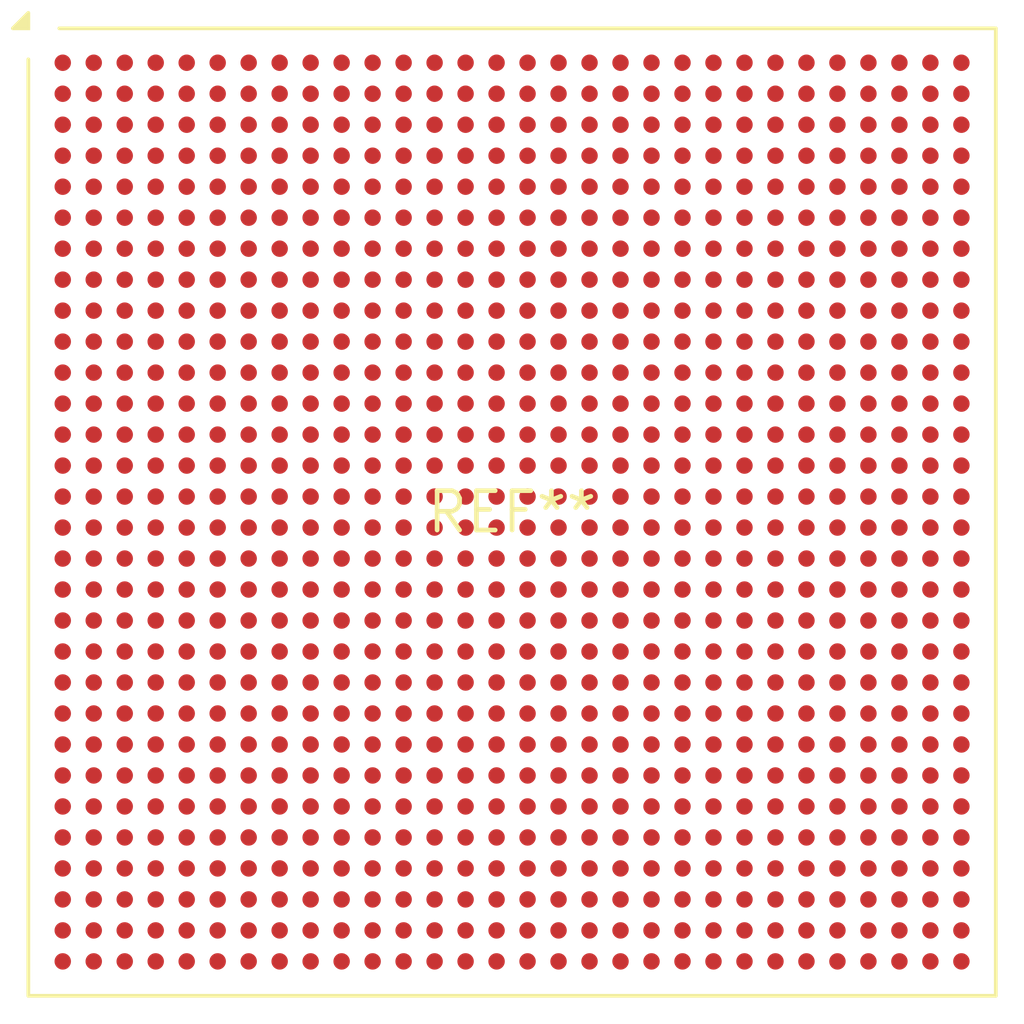
<source format=kicad_pcb>
(kicad_pcb (version 20240108) (generator pcbnew)
  (layers (0 "F.Cu" signal) (31 "B.Cu" signal) (34 "B.Paste" user) (35 "F.Paste" user) (36 "B.SilkS" user "B.Silkscreen") (37 "F.SilkS" user "F.Silkscreen") (38 "B.Mask" user) (39 "F.Mask" user) (44 "Edge.Cuts" user))
  (net 0 "")
  (footprint "Xilinx_FBG900" (layer "F.Cu") (at 0 0)
    (property "Reference" "REF**")
    (property "Value" "Xilinx_FBG900")
  )
)
</source>
